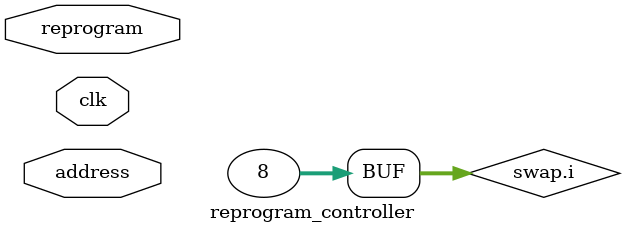
<source format=v>
/*
 * Copyright (c) 2019, Arm Limited and affiliates.
 * SPDX-License-Identifier: Apache-2.0
 *
 * Licensed under the Apache License, Version 2.0 (the "License");
 * you may not use this file except in compliance with the License.
 * You may obtain a copy of the License at
 *
 * http://www.apache.org/licenses/LICENSE-2.0
 *
 * Unless required by applicable law or agreed to in writing, software
 * distributed under the License is distributed on an "AS IS" BASIS,
 * WITHOUT WARRANTIES OR CONDITIONS OF ANY KIND, either express or implied.
 * See the License for the specific language governing permissions and
 * limitations under the License.
 */

module reprogram_controller(
        input wire clk,
        input wire reprogram,
        input wire [31:0] address
    );

    reg n_enable_ipcape2 = 1;
    reg [7:0] prog_state = 0;
    reg [31:0] to_ipcape2 = 32'hFFFFFFFF;
    reg [31:0] to_icape2_swapped;
    reg [31:0] start_address = 32'h00000000;

    always @(*) begin: swap
        integer i;
        // Bit ordering of each byte is flipped for the ICAPE2 module.
        // Information on this bit-swap can be found in the "Parallel Bus Bit Order"
        // section of the 7 Series configuration guide - UG470
        for (i = 0; i < 8; i = i + 1) begin
            to_icape2_swapped[0 * 8 + i] = to_ipcape2[0 * 8 + 7 - i];
            to_icape2_swapped[1 * 8 + i] = to_ipcape2[1 * 8 + 7 - i];
            to_icape2_swapped[2 * 8 + i] = to_ipcape2[2 * 8 + 7 - i];
            to_icape2_swapped[3 * 8 + i] = to_ipcape2[3 * 8 + 7 - i];
        end
    end

    always @(posedge clk) begin
        // Reset handling intentionally omitted since this is a
        // use once module which triggers a system wide reprogram

        if (reprogram && (prog_state == 0)) begin
            prog_state <= 1;
            start_address <= address;
        end

        if (prog_state > 0) begin
            prog_state <= prog_state + 1;
        end

        // Reprogram sequence found in UG470 in the section "IPROG Reconfiguration"
        case (prog_state)
            1: to_ipcape2 <= 32'hFFFFFFFF;
            2: to_ipcape2 <= 32'hAA995566;
            3: to_ipcape2 <= 32'h20000000;
            4: to_ipcape2 <= 32'h30020001;
            5: to_ipcape2 <= start_address;
            6: to_ipcape2 <= 32'h30008001;
            7: to_ipcape2 <= 32'h0000000F;
            8: to_ipcape2 <= 32'h20000000;
            default: to_ipcape2 <= 32'hFFFFFFFF;
        endcase

        case (prog_state)
            1: n_enable_ipcape2 <= 0;
            2: n_enable_ipcape2 <= 0;
            3: n_enable_ipcape2 <= 0;
            4: n_enable_ipcape2 <= 0;
            5: n_enable_ipcape2 <= 0;
            6: n_enable_ipcape2 <= 0;
            7: n_enable_ipcape2 <= 0;
            8: n_enable_ipcape2 <= 0;
            default: n_enable_ipcape2 <= 1;
        endcase
    end

    ICAPE2 #(
        .DEVICE_ID(32'h3651093),    // Specifies the pre-programmed Device ID value to be used for simulation
        .ICAP_WIDTH("X32"),         // Specifies the input and output data width.
        .SIM_CFG_FILE_NAME("NONE")  // Specifies the Raw Bitstream (RBT) file to be parsed by the simulation
    ) ICAPE2 (
        .O(),                       // 32-bit output: Configuration data output bus
        .CLK(clk),                  // 1-bit input: Clock Input
        .CSIB(n_enable_ipcape2),    // 1-bit input: Active-Low ICAP Enable
        .I(to_icape2_swapped),      // 32-bit input: Configuration data input bus
        .RDWRB(0)                   // 0 to write, 1 to read
    );

endmodule

</source>
